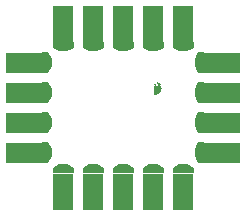
<source format=gbs>
G04 DipTrace 2.4.0.2*
%INTAS2521.gbs*%
%MOMM*%
%ADD55R,1.75X2.082*%
%ADD56R,1.75X2.05*%
%ADD57R,1.75X1.65*%
%ADD59R,2.082X1.75*%
%ADD61R,1.65X1.75*%
%FSLAX53Y53*%
G04*
G71*
G90*
G75*
G01*
%LNBotMask*%
%LPD*%
D61*
X11270Y21430D3*
Y18890D3*
D59*
X10000Y21430D3*
Y18890D3*
G36*
X12545Y18015D2*
X12040D1*
Y19765D1*
X12545D1*
X12825Y19221D1*
Y18559D1*
X12545Y18015D1*
G37*
G36*
Y20555D2*
X12045D1*
Y22305D1*
X12545D1*
X12825Y21761D1*
Y21099D1*
X12545Y20555D1*
G37*
D57*
X13810Y11270D3*
G36*
X14685Y12545D2*
Y12040D1*
X12935D1*
Y12545D1*
X13479Y12825D1*
X14141D1*
X14685Y12545D1*
G37*
D56*
X13810Y10000D3*
D61*
X11270Y13810D3*
Y16350D3*
G36*
X12545Y15475D2*
X12040D1*
Y17225D1*
X12545D1*
X12825Y16681D1*
Y16019D1*
X12545Y15475D1*
G37*
G36*
Y12935D2*
X12040D1*
Y14685D1*
X12545D1*
X12825Y14141D1*
Y13479D1*
X12545Y12935D1*
G37*
D59*
X10000Y13810D3*
Y16350D3*
D61*
X26510Y18890D3*
Y21430D3*
D59*
X27780Y18890D3*
Y21430D3*
G36*
X25235Y22305D2*
X25740D1*
Y20555D1*
X25235D1*
X24955Y21099D1*
Y21761D1*
X25235Y22305D1*
G37*
G36*
Y19765D2*
X25735D1*
Y18015D1*
X25235D1*
X24955Y18559D1*
Y19221D1*
X25235Y19765D1*
G37*
D57*
X23970Y23970D3*
X21430D3*
X18890D3*
X16350D3*
G36*
X20555Y22695D2*
Y23200D1*
X22305D1*
Y22695D1*
X21761Y22415D1*
X21099D1*
X20555Y22695D1*
G37*
G36*
X23095D2*
Y23200D1*
X24845D1*
Y22695D1*
X24301Y22415D1*
X23639D1*
X23095Y22695D1*
G37*
G36*
X15475D2*
Y23200D1*
X17225D1*
Y22695D1*
X16681Y22415D1*
X16019D1*
X15475Y22695D1*
G37*
G36*
X18015D2*
Y23200D1*
X19765D1*
Y22695D1*
X19221Y22415D1*
X18559D1*
X18015Y22695D1*
G37*
D55*
X23970Y25240D3*
X21430D3*
X18890D3*
X16350D3*
D57*
X13810Y23970D3*
G36*
X12935Y22695D2*
Y23200D1*
X14685D1*
Y22695D1*
X14141Y22415D1*
X13479D1*
X12935Y22695D1*
G37*
D56*
X13810Y25240D3*
D61*
X26510Y16350D3*
Y13810D3*
G36*
X25235Y14685D2*
X25740D1*
Y12935D1*
X25235D1*
X24955Y13479D1*
Y14141D1*
X25235Y14685D1*
G37*
G36*
Y17225D2*
X25740D1*
Y15475D1*
X25235D1*
X24955Y16019D1*
Y16681D1*
X25235Y17225D1*
G37*
D59*
X27780Y16350D3*
Y13810D3*
D57*
X18890Y11270D3*
X21430D3*
D55*
X18890Y10000D3*
X21430D3*
G36*
X22305Y12545D2*
Y12040D1*
X20555D1*
Y12545D1*
X21099Y12825D1*
X21761D1*
X22305Y12545D1*
G37*
G36*
X19765D2*
Y12045D1*
X18015D1*
Y12545D1*
X18559Y12825D1*
X19221D1*
X19765Y12545D1*
G37*
D57*
X16350Y11270D3*
G36*
X17225Y12545D2*
Y12040D1*
X15475D1*
Y12545D1*
X16019Y12825D1*
X16681D1*
X17225Y12545D1*
G37*
D56*
X16350Y10000D3*
D57*
X23970Y11270D3*
G36*
X24845Y12545D2*
Y12040D1*
X23095D1*
Y12545D1*
X23639Y12825D1*
X24301D1*
X24845Y12545D1*
G37*
D56*
X23970Y10000D3*
G36*
X21503Y18664D2*
X21694Y18693D1*
X21841Y18753D1*
X21935Y18829D1*
X22011Y18905D1*
X22075Y19018D1*
X22100Y19083D1*
X22120Y19178D1*
X22131Y19229D1*
X22136Y19311D1*
X22113Y19376D1*
X22075Y19414D1*
X22049Y19440D1*
X22037Y19504D1*
X22042Y19529D1*
X22057Y19580D1*
X22087Y19607D1*
X22006Y19706D1*
X21930Y19656D1*
X21912D1*
X21876Y19745D1*
X21821Y19757D1*
X21719Y19767D1*
X21826Y19515D1*
Y19483D1*
X21818Y19440D1*
X21795Y19430D1*
X21744Y19450D1*
X21681Y19565D1*
X21610Y19737D1*
X21559Y19711D1*
X21505Y19648D1*
X21579Y19457D1*
X21541Y19464D1*
X21503D1*
Y18664D1*
G37*
M02*

</source>
